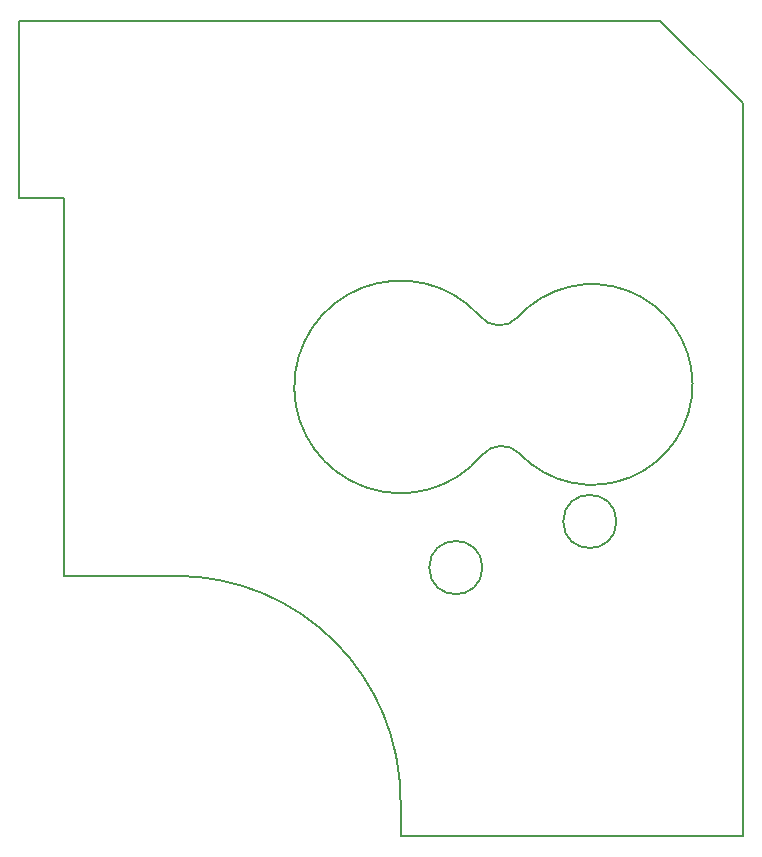
<source format=gbr>
G04 #@! TF.GenerationSoftware,KiCad,Pcbnew,5.1.6+dfsg1-1~bpo10+1*
G04 #@! TF.CreationDate,2021-03-28T20:23:35-04:00*
G04 #@! TF.ProjectId,RUSP_Daughterboard,52555350-5f44-4617-9567-68746572626f,rev?*
G04 #@! TF.SameCoordinates,Original*
G04 #@! TF.FileFunction,Profile,NP*
%FSLAX46Y46*%
G04 Gerber Fmt 4.6, Leading zero omitted, Abs format (unit mm)*
G04 Created by KiCad (PCBNEW 5.1.6+dfsg1-1~bpo10+1) date 2021-03-28 20:23:35*
%MOMM*%
%LPD*%
G01*
G04 APERTURE LIST*
G04 #@! TA.AperFunction,Profile*
%ADD10C,0.150000*%
G04 #@! TD*
G04 APERTURE END LIST*
D10*
X156921398Y-105755656D02*
G75*
G02*
X160065880Y-105651267I1618602J-1344344D01*
G01*
X160068323Y-105648946D02*
G75*
G03*
X159926065Y-94096483I6158677J5852946D01*
G01*
X159926065Y-94096483D02*
G75*
G02*
X156695000Y-93985000I-1569065J1402483D01*
G01*
X156920114Y-105754588D02*
G75*
G02*
X156695000Y-93985000I-6920114J5754588D01*
G01*
X168274000Y-111394000D02*
G75*
G03*
X168274000Y-111394000I-2250000J0D01*
G01*
X156928000Y-115301000D02*
G75*
G03*
X156928000Y-115301000I-2250000J0D01*
G01*
X131000000Y-116000000D02*
G75*
G02*
X150000000Y-135000000I0J-19000000D01*
G01*
X150000000Y-138000000D02*
X150000000Y-135000000D01*
X121500000Y-116000000D02*
X131000000Y-116000000D01*
X179000000Y-138000000D02*
X150000000Y-138000000D01*
X179000000Y-76000000D02*
X179000000Y-138000000D01*
X172000000Y-69000000D02*
X179000000Y-76000000D01*
X117700000Y-69000000D02*
X172000000Y-69000000D01*
X117700000Y-84000000D02*
X117700000Y-69000000D01*
X121500000Y-84000000D02*
X117700000Y-84000000D01*
X121500000Y-116000000D02*
X121500000Y-84000000D01*
M02*

</source>
